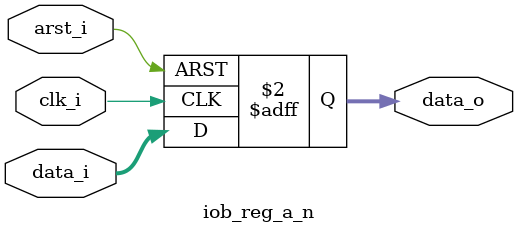
<source format=v>
`timescale 1ns / 1ps

module iob_reg_a_n
  #(
    parameter DATA_W = 0,
    parameter RST_VAL = 0
    )
   (
    input                   clk_i,
    input                   arst_i,
    input [DATA_W-1:0]      data_i,
    output reg [DATA_W-1:0] data_o
    );

   // prevent width mismatch
   localparam [DATA_W-1:0] RST_VAL_INT = RST_VAL;
   
   always @(negedge clk_i, posedge arst_i) begin
      if (arst_i) begin
         data_o <= RST_VAL_INT;
      end else begin
         data_o <= data_i;
      end
   end

endmodule

</source>
